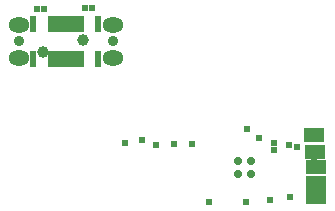
<source format=gbr>
%TF.GenerationSoftware,Altium Limited,Altium Designer,23.10.1 (27)*%
G04 Layer_Color=16711935*
%FSLAX45Y45*%
%MOMM*%
%TF.SameCoordinates,C732C167-A78C-4608-B65C-7F4C8643914A*%
%TF.FilePolarity,Negative*%
%TF.FileFunction,Soldermask,Bot*%
%TF.Part,Single*%
G01*
G75*
%TA.AperFunction,SMDPad,CuDef*%
%ADD38R,0.50320X0.50320*%
%TA.AperFunction,ComponentPad*%
%ADD43O,1.80320X1.30320*%
%ADD44C,0.91320*%
%TA.AperFunction,ViaPad*%
%ADD45C,0.60320*%
%ADD46C,0.70320*%
%ADD47C,1.00320*%
%TA.AperFunction,SMDPad,CuDef*%
%ADD48R,0.50320X1.35320*%
%ADD49R,1.80320X1.30320*%
D38*
X27707700Y3604500D02*
D03*
X27647699D02*
D03*
X28057700Y3614500D02*
D03*
X28117700D02*
D03*
D43*
X27492700Y3476000D02*
D03*
Y3190000D02*
D03*
X28292700D02*
D03*
Y3476000D02*
D03*
D44*
X27492700Y3333000D02*
D03*
X28292700D02*
D03*
D45*
X29846399Y2440700D02*
D03*
X29655576Y2473705D02*
D03*
X29527005Y2512594D02*
D03*
X29778900Y2458500D02*
D03*
X29653601Y2413100D02*
D03*
X28533838Y2497239D02*
D03*
X28804547Y2462272D02*
D03*
X28959235D02*
D03*
X28655518Y2456613D02*
D03*
X28395200Y2473600D02*
D03*
X29955499Y2250700D02*
D03*
X29991901Y2333500D02*
D03*
X30060300Y2143400D02*
D03*
X30072101Y2026900D02*
D03*
X29969101Y2020900D02*
D03*
X29939200Y2362400D02*
D03*
X29941599Y2545900D02*
D03*
X30036600Y2561200D02*
D03*
X29987701Y2504500D02*
D03*
X29102399Y1970400D02*
D03*
X29426700Y2590500D02*
D03*
X29624301Y1989500D02*
D03*
X29421500Y1970900D02*
D03*
X29787701Y2018500D02*
D03*
D46*
X29459000Y2323800D02*
D03*
Y2213800D02*
D03*
X29348999Y2323800D02*
D03*
Y2213800D02*
D03*
D47*
X27697699Y3244500D02*
D03*
X28035468Y3349349D02*
D03*
D48*
X27617700Y3184500D02*
D03*
Y3481500D02*
D03*
X27767700Y3184500D02*
D03*
X27817700D02*
D03*
X27867700D02*
D03*
X27917700D02*
D03*
X27967700D02*
D03*
X28017700D02*
D03*
X28167700D02*
D03*
X27767700Y3481500D02*
D03*
X27817700D02*
D03*
X27867700D02*
D03*
X27917700D02*
D03*
X27967700D02*
D03*
X28017700D02*
D03*
X28167700D02*
D03*
D49*
X29995001Y2540000D02*
D03*
X30011600Y2012200D02*
D03*
X30007700Y2135200D02*
D03*
X30002802Y2398600D02*
D03*
X30006699Y2272700D02*
D03*
%TF.MD5,3cd9c1d2b1aeba75e9a1b42a4ce6258f*%
M02*

</source>
